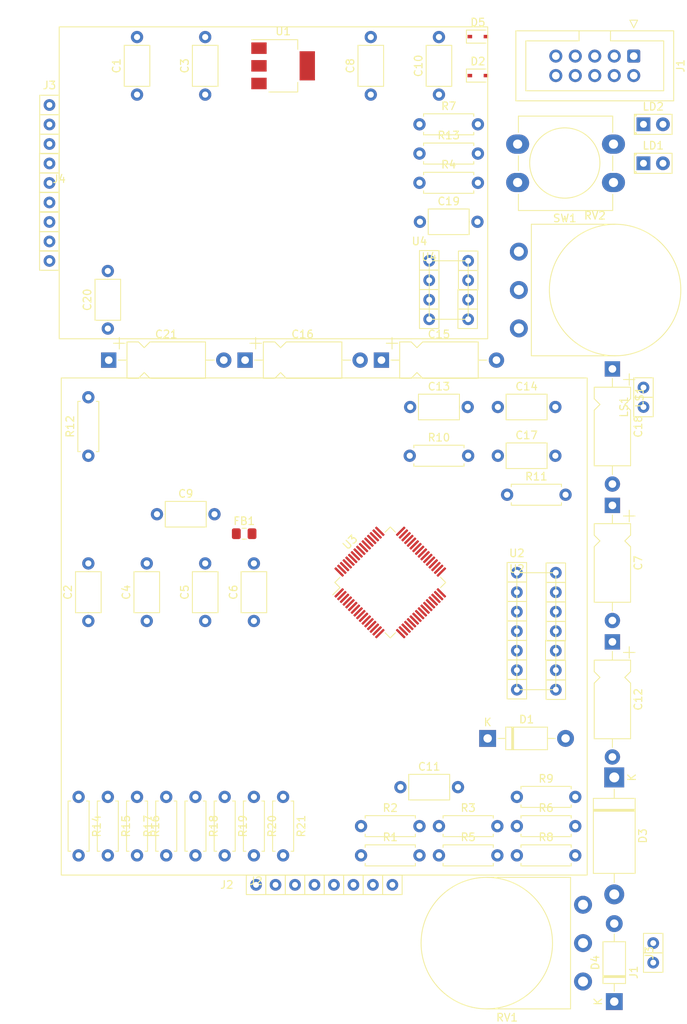
<source format=kicad_pcb>
(kicad_pcb (version 20211014) (generator pcbnew)
  (title_block (title "PillCB - Team 16") (date "2020-06-22") (rev "v01") (comment 4 "Jaideep Damle, Lauren Gunter, Nidhi Kunigal, Elizabeth McNaughton"))
  (layers (0 "F.Cu" signal) (1 "In1.Cu" signal "Ground.Cu") (2 "In2.Cu" signal "Power.Cu") (31 "B.Cu" signal) (34 "B.Paste" user) (35 "F.Paste" user) (36 "B.SilkS" user "B.Silkscreen") (37 "F.SilkS" user "F.Silkscreen") (38 "B.Mask" user) (39 "F.Mask" user) (44 "Edge.Cuts" user))
  (net 0 "")
  (net 1 "Net-(R10-Pad1)")
  (net 2 "GND")
  (net 3 "Net-(RV2-Pad2)")
  (net 4 "Net-(C18-Pad1)")
  (net 5 "+5V")
  (net 6 "Net-(C16-Pad1)")
  (net 7 "Net-(C15-Pad2)")
  (net 8 "Net-(R8-Pad2)")
  (net 9 "Net-(C7-Pad1)")
  (net 10 "Net-(R5-Pad2)")
  (net 11 "Net-(C18-Pad2)")
  (net 12 "+3V0")
  (net 13 "PB8")
  (net 14 "PB11")
  (net 15 "PB14")
  (net 16 "PB5")
  (net 17 "PB3")
  (net 18 "/ignore")
  (net 19 "Net-(J2-Pad1)")
  (net 20 "Net-(J2-Pad2)")
  (net 21 "Net-(J2-Pad3)")
  (net 22 "Net-(J2-Pad4)")
  (net 23 "Net-(J2-Pad5)")
  (net 24 "Net-(J2-Pad6)")
  (net 25 "Net-(J2-Pad7)")
  (net 26 "Net-(J2-Pad8)")
  (net 27 "/AC_SIGNAL")
  (net 28 "/PC0")
  (net 29 "/PC1")
  (net 30 "/PC7")
  (net 31 "/PC2")
  (net 32 "/PC3")
  (net 33 "/PC4")
  (net 34 "/PC5")
  (net 35 "/PC6")
  (net 36 "/NRST")
  (net 37 "/BOOT0")
  (net 38 "Net-(C17-Pad1)")
  (net 39 "Net-(C15-Pad1)")
  (net 40 "/PB2")
  (net 41 "Net-(LD2-Pad2)")
  (net 42 "Net-(LD1-Pad2)")
  (net 43 "Net-(R2-Pad1)")
  (net 44 "Net-(R1-Pad1)")
  (net 45 "Net-(C13-Pad2)")
  (net 46 "Net-(C10-Pad1)")
  (net 47 "/PC13")
  (net 48 "/PC14")
  (net 49 "/PC15")
  (net 50 "/PF0")
  (net 51 "/PF1")
  (net 52 "/3VA")
  (net 53 "/PA0")
  (net 54 "/PA1")
  (net 55 "/PA2")
  (net 56 "/PA3")
  (net 57 "/PA4")
  (net 58 "/PA5")
  (net 59 "/PA6")
  (net 60 "/PA7")
  (net 61 "/PB0")
  (net 62 "/PB1")
  (net 63 "/PB10")
  (net 64 "/PB12")
  (net 65 "/PB13")
  (net 66 "/PB15")
  (net 67 "/PC8")
  (net 68 "/PC9")
  (net 69 "/PA8")
  (net 70 "/PA9")
  (net 71 "/PA10")
  (net 72 "/PA11")
  (net 73 "/PA12")
  (net 74 "/PA13")
  (net 75 "/PA14")
  (net 76 "/PA15")
  (net 77 "/PC10")
  (net 78 "/PC11")
  (net 79 "/PC12")
  (net 80 "/PD2")
  (net 81 "/PB4")
  (net 82 "/PB6")
  (net 83 "/PB7")
  (net 84 "/PB9")
  (net 85 "Net-(D3-Pad2)")
  (net 86 "/U5V")
  (net 88 "/V3.3_IN")
  (footprint "local_models:J1" (layer "F.Cu") (at 170.19762 143.43476 90)
    (fp_text reference "J3" (at 0 -0.5 90 unlocked) (layer "F.SilkS"))
    (fp_text value "Conn_01x02_Female")
    (fp_text user "J1" (at -2.54 -2.54 90 unlocked) (layer "F.SilkS"))
    (pad "1" thru_hole circle (at -1.27 0 90) (size 1.524 1.524) (drill 0.762) (layers *.Cu *.Mask) (net 27 "/AC_SIGNAL"))
    (pad "2" thru_hole circle (at 1.27 0 90) (size 1.524 1.524) (drill 0.762) (layers *.Cu *.Mask) (net 2 "GND"))
  )
  (footprint "Capacitor_THT:C_Axial_L5.1mm_D3.1mm_P7.50mm_Horizontal" (layer "F.Cu") (at 99.07762 62.09476 90)
    (fp_text reference "C20" (at 3.75 -2.67 90) (layer "F.SilkS"))
    (fp_text value ".1uF")
    (pad "1" thru_hole circle (at 0 0 90) (size 1.6 1.6) (drill 0.8) (layers *.Cu *.Mask) (net 12 "+3V0"))
    (pad "2" thru_hole oval (at 7.5 0 90) (size 1.6 1.6) (drill 0.8) (layers *.Cu *.Mask) (net 2 "GND"))
  )
  (footprint "Capacitor_THT:CP_Axial_L10.0mm_D4.5mm_P15.00mm_Horizontal" (layer "F.Cu") (at 164.87512 67.35476 -90)
    (fp_text reference "C18" (at 7.5 -3.37 90) (layer "F.SilkS"))
    (fp_text value "220uF")
    (pad "1" thru_hole rect (at 0 0 270) (size 2 2) (drill 1) (layers *.Cu *.Mask) (net 4 "Net-(C18-Pad1)"))
    (pad "2" thru_hole oval (at 15 0 270) (size 2 2) (drill 1) (layers *.Cu *.Mask) (net 11 "Net-(C18-Pad2)"))
  )
  (footprint "Resistor_THT:R_Axial_DIN0207_L6.3mm_D2.5mm_P7.62mm_Horizontal" (layer "F.Cu") (at 110.50762 123.11476 -90)
    (fp_text reference "R18" (at 3.81 -2.37 90) (layer "F.SilkS"))
    (fp_text value "1K")
    (pad "1" thru_hole circle (at 0 0 270) (size 1.6 1.6) (drill 0.8) (layers *.Cu *.Mask) (net 32 "/PC3"))
    (pad "2" thru_hole oval (at 7.62 0 270) (size 1.6 1.6) (drill 0.8) (layers *.Cu *.Mask) (net 23 "Net-(J2-Pad5)"))
  )
  (footprint "Diode_THT:D_DO-201_P15.24mm_Horizontal" (layer "F.Cu") (at 165.11762 120.57476 -90)
    (fp_text reference "D3" (at 7.62 -3.725 90) (layer "F.SilkS"))
    (fp_text value "1N522B")
    (fp_text user "K" (at 0 -2.3 90) (layer "F.SilkS"))
    (pad "1" thru_hole rect (at 0 0 270) (size 2.6 2.6) (drill 1.3) (layers *.Cu *.Mask) (net 12 "+3V0"))
    (pad "2" thru_hole oval (at 15.24 0 270) (size 2.6 2.6) (drill 1.3) (layers *.Cu *.Mask) (net 85 "Net-(D3-Pad2)"))
  )
  (footprint "Capacitor_THT:CP_Axial_L10.0mm_D4.5mm_P15.00mm_Horizontal" (layer "F.Cu") (at 134.75762 66.20726)
    (fp_text reference "C15" (at 7.5 -3.37) (layer "F.SilkS"))
    (fp_text value "10uF")
    (pad "1" thru_hole rect (at 0 0) (size 2 2) (drill 1) (layers *.Cu *.Mask) (net 39 "Net-(C15-Pad1)"))
    (pad "2" thru_hole oval (at 15 0) (size 2 2) (drill 1) (layers *.Cu *.Mask) (net 7 "Net-(C15-Pad2)"))
  )
  (footprint "Capacitor_THT:C_Axial_L5.1mm_D3.1mm_P7.50mm_Horizontal" (layer "F.Cu") (at 104.15762 100.19476 90)
    (fp_text reference "C4" (at 3.75 -2.67 90) (layer "F.SilkS"))
    (fp_text value ".1uF")
    (pad "1" thru_hole circle (at 0 0 90) (size 1.6 1.6) (drill 0.8) (layers *.Cu *.Mask) (net 12 "+3V0"))
    (pad "2" thru_hole oval (at 7.5 0 90) (size 1.6 1.6) (drill 0.8) (layers *.Cu *.Mask) (net 2 "GND"))
  )
  (footprint "Diode_SMD:D_SOD-323" (layer "F.Cu") (at 147.33762 24.05476)
    (fp_text reference "D5" (at 0 -1.85) (layer "F.SilkS"))
    (fp_text value "BAT60JFILM")
    (pad "1" smd rect (at -1.05 0) (size 0.6 0.45) (layers "F.Cu" "F.Paste" "F.Mask") (net 12 "+3V0"))
    (pad "2" smd rect (at 1.05 0) (size 0.6 0.45) (layers "F.Cu" "F.Paste" "F.Mask") (net 46 "Net-(C10-Pad1)"))
  )
  (footprint "Capacitor_THT:CP_Axial_L10.0mm_D4.5mm_P15.00mm_Horizontal" (layer "F.Cu") (at 116.97762 66.20726)
    (fp_text reference "C16" (at 7.5 -3.37) (layer "F.SilkS"))
    (fp_text value "10uF")
    (pad "1" thru_hole rect (at 0 0) (size 2 2) (drill 1) (layers *.Cu *.Mask) (net 6 "Net-(C16-Pad1)"))
    (pad "2" thru_hole oval (at 15 0) (size 2 2) (drill 1) (layers *.Cu *.Mask) (net 2 "GND"))
  )
  (footprint "local_models:J3" (layer "F.Cu") (at 92.738245 43.10476)
    (fp_text reference "J4" (at 0 -0.5 unlocked) (layer "F.SilkS"))
    (fp_text value "Conn_01x09_Female")
    (fp_text user "J3" (at -1.27 -12.7 unlocked) (layer "F.SilkS"))
    (pad "1" thru_hole circle (at -1.27 -10.138749) (size 1.524 1.524) (drill 0.762) (layers *.Cu *.Mask) (net 12 "+3V0"))
    (pad "2" thru_hole circle (at -1.27 -7.598749) (size 1.524 1.524) (drill 0.762) (layers *.Cu *.Mask) (net 2 "GND"))
    (pad "3" thru_hole circle (at -1.27 -5.058749) (size 1.524 1.524) (drill 0.762) (layers *.Cu *.Mask) (net 13 "PB8"))
    (pad "4" thru_hole circle (at -1.27 -2.518749) (size 1.524 1.524) (drill 0.762) (layers *.Cu *.Mask) (net 14 "PB11"))
    (pad "5" thru_hole circle (at -1.27 0.021251) (size 1.524 1.524) (drill 0.762) (layers *.Cu *.Mask) (net 15 "PB14"))
    (pad "6" thru_hole circle (at -1.27 2.561251) (size 1.524 1.524) (drill 0.762) (layers *.Cu *.Mask) (net 16 "PB5"))
    (pad "7" thru_hole circle (at -1.27 5.101251) (size 1.524 1.524) (drill 0.762) (layers *.Cu *.Mask) (net 17 "PB3"))
    (pad "8" thru_hole circle (at -1.27 7.641251) (size 1.524 1.524) (drill 0.762) (layers *.Cu *.Mask) (net 12 "+3V0"))
    (pad "9" thru_hole circle (at -1.27 10.181251) (size 1.524 1.524) (drill 0.762) (layers *.Cu *.Mask) (net 18 "/ignore"))
  )
  (footprint "Capacitor_THT:CP_Axial_L10.0mm_D4.5mm_P15.00mm_Horizontal" (layer "F.Cu") (at 164.87512 102.91476 -90)
    (fp_text reference "C12" (at 7.5 -3.37 90) (layer "F.SilkS"))
    (fp_text value ".1uF")
    (pad "1" thru_hole rect (at 0 0 270) (size 2 2) (drill 1) (layers *.Cu *.Mask) (net 40 "/PB2"))
    (pad "2" thru_hole oval (at 15 0 270) (size 2 2) (drill 1) (layers *.Cu *.Mask) (net 2 "GND"))
  )
  (footprint "Capacitor_THT:C_Axial_L5.1mm_D3.1mm_P7.50mm_Horizontal" (layer "F.Cu") (at 102.88762 31.61476 90)
    (fp_text reference "C1" (at 3.75 -2.67 90) (layer "F.SilkS"))
    (fp_text value "22uF")
    (pad "1" thru_hole circle (at 0 0 90) (size 1.6 1.6) (drill 0.8) (layers *.Cu *.Mask) (net 5 "+5V"))
    (pad "2" thru_hole oval (at 7.5 0 90) (size 1.6 1.6) (drill 0.8) (layers *.Cu *.Mask) (net 2 "GND"))
  )
  (footprint "Capacitor_THT:C_Axial_L5.1mm_D3.1mm_P7.50mm_Horizontal" (layer "F.Cu") (at 118.12762 100.19476 90)
    (fp_text reference "C6" (at 3.75 -2.67 90) (layer "F.SilkS"))
    (fp_text value ".1uF")
    (pad "1" thru_hole circle (at 0 0 90) (size 1.6 1.6) (drill 0.8) (layers *.Cu *.Mask) (net 12 "+3V0"))
    (pad "2" thru_hole oval (at 7.5 0 90) (size 1.6 1.6) (drill 0.8) (layers *.Cu *.Mask) (net 2 "GND"))
  )
  (footprint "Button_Switch_THT:SW_PUSH-12mm_Wuerth-430476085716" (layer "F.Cu") (at 165.01762 43.06476 180)
    (fp_text reference "SW1" (at 6.35 -4.66) (layer "F.SilkS"))
    (fp_text value "SW_Push")
    (pad "1" thru_hole oval (at 12.5 0 180) (size 3 2.5) (drill 1.2) (layers *.Cu *.Mask) (net 2 "GND"))
    (pad "1" thru_hole oval (at 0 0 180) (size 3 2.5) (drill 1.2) (layers *.Cu *.Mask) (net 2 "GND"))
    (pad "2" thru_hole oval (at 12.5 5 180) (size 3 2.5) (drill 1.2) (layers *.Cu *.Mask) (net 36 "/NRST"))
    (pad "2" thru_hole oval (at 0 5 180) (size 3 2.5) (drill 1.2) (layers *.Cu *.Mask) (net 36 "/NRST"))
  )
  (footprint "Resistor_THT:R_Axial_DIN0207_L6.3mm_D2.5mm_P7.62mm_Horizontal" (layer "F.Cu") (at 142.25762 126.92476)
    (fp_text reference "R3" (at 3.81 -2.37) (layer "F.SilkS"))
    (fp_text value "1M")
    (pad "1" thru_hole circle (at 0 0) (size 1.6 1.6) (drill 0.8) (layers *.Cu *.Mask) (net 9 "Net-(C7-Pad1)"))
    (pad "2" thru_hole oval (at 7.62 0) (size 1.6 1.6) (drill 0.8) (layers *.Cu *.Mask) (net 2 "GND"))
  )
  (footprint "Resistor_THT:R_Axial_DIN0207_L6.3mm_D2.5mm_P7.62mm_Horizontal" (layer "F.Cu") (at 139.71762 43.10476)
    (fp_text reference "R4" (at 3.81 -2.37) (layer "F.SilkS"))
    (fp_text value "5.1k")
    (pad "1" thru_hole circle (at 0 0) (size 1.6 1.6) (drill 0.8) (layers *.Cu *.Mask) (net 5 "+5V"))
    (pad "2" thru_hole oval (at 7.62 0) (size 1.6 1.6) (drill 0.8) (layers *.Cu *.Mask) (net 42 "Net-(LD1-Pad2)"))
  )
  (footprint "Resistor_THT:R_Axial_DIN0207_L6.3mm_D2.5mm_P7.62mm_Horizontal" (layer "F.Cu") (at 152.41762 130.73476)
    (fp_text reference "R8" (at 3.81 -2.37) (layer "F.SilkS"))
    (fp_text value "12k")
    (pad "1" thru_hole circle (at 0 0) (size 1.6 1.6) (drill 0.8) (layers *.Cu *.Mask) (net 10 "Net-(R5-Pad2)"))
    (pad "2" thru_hole oval (at 7.62 0) (size 1.6 1.6) (drill 0.8) (layers *.Cu *.Mask) (net 8 "Net-(R8-Pad2)"))
  )
  (footprint "local_models:LS1" (layer "F.Cu") (at 168.92762 71.04476 90)
    (fp_text reference "LS1" (at 0 -0.5 90 unlocked) (layer "F.SilkS"))
    (fp_text value "Speaker")
    (fp_text user "LS1" (at -1.27 -2.54 90 unlocked) (layer "F.SilkS"))
    (pad "1" thru_hole circle (at -1.27 0 90) (size 1.524 1.524) (drill 0.762) (layers *.Cu *.Mask) (net 11 "Net-(C18-Pad2)"))
    (pad "2" thru_hole circle (at 1.27 0 90) (size 1.524 1.524) (drill 0.762) (layers *.Cu *.Mask) (net 2 "GND"))
  )
  (footprint "Resistor_THT:R_Axial_DIN0207_L6.3mm_D2.5mm_P7.62mm_Horizontal" (layer "F.Cu") (at 152.41762 123.11476)
    (fp_text reference "R9" (at 3.81 -2.37) (layer "F.SilkS"))
    (fp_text value "2.2k")
    (pad "1" thru_hole circle (at 0 0) (size 1.6 1.6) (drill 0.8) (layers *.Cu *.Mask) (net 8 "Net-(R8-Pad2)"))
    (pad "2" thru_hole oval (at 7.62 0) (size 1.6 1.6) (drill 0.8) (layers *.Cu *.Mask) (net 40 "/PB2"))
  )
  (footprint "Resistor_THT:R_Axial_DIN0207_L6.3mm_D2.5mm_P7.62mm_Horizontal" (layer "F.Cu") (at 142.25762 130.73476)
    (fp_text reference "R5" (at 3.81 -2.37) (layer "F.SilkS"))
    (fp_text value "10k")
    (pad "1" thru_hole circle (at 0 0) (size 1.6 1.6) (drill 0.8) (layers *.Cu *.Mask) (net 12 "+3V0"))
    (pad "2" thru_hole oval (at 7.62 0) (size 1.6 1.6) (drill 0.8) (layers *.Cu *.Mask) (net 10 "Net-(R5-Pad2)"))
  )
  (footprint "Resistor_THT:R_Axial_DIN0207_L6.3mm_D2.5mm_P7.62mm_Horizontal" (layer "F.Cu") (at 151.14762 83.74476)
    (fp_text reference "R11" (at 3.81 -2.37) (layer "F.SilkS"))
    (fp_text value "10")
    (pad "1" thru_hole circle (at 0 0) (size 1.6 1.6) (drill 0.8) (layers *.Cu *.Mask) (net 4 "Net-(C18-Pad1)"))
    (pad "2" thru_hole oval (at 7.62 0) (size 1.6 1.6) (drill 0.8) (layers *.Cu *.Mask) (net 38 "Net-(C17-Pad1)"))
  )
  (footprint "local_models:U2" (layer "F.Cu") (at 154.95762 101.52476)
    (fp_text reference "U2" (at -2.54 -8.12 unlocked) (layer "F.SilkS"))
    (fp_text value "LM324")
    (fp_text user "U2" (at -2.54 -10.16 unlocked) (layer "F.SilkS"))
    (pad "1" thru_hole circle (at -2.54 -7.62) (size 1.524 1.524) (drill 0.762) (layers *.Cu *.Mask) (net 8 "Net-(R8-Pad2)"))
    (pad "2" thru_hole circle (at -2.54 -5.08) (size 1.524 1.524) (drill 0.762) (layers *.Cu *.Mask) (net 9 "Net-(C7-Pad1)"))
    (pad "3" thru_hole circle (at -2.54 -2.54) (size 1.524 1.524) (drill 0.762) (layers *.Cu *.Mask) (net 10 "Net-(R5-Pad2)"))
    (pad "4" thru_hole circle (at -2.54 0) (size 1.524 1.524) (drill 0.762) (layers *.Cu *.Mask) (net 5 "+5V"))
    (pad "5" thru_hole circle (at -2.54 2.54) (size 1.524 1.524) (drill 0.762) (layers *.Cu *.Mask))
    (pad "6" thru_hole circle (at -2.54 5.08) (size 1.524 1.524) (drill 0.762) (layers *.Cu *.Mask))
    (pad "7" thru_hole circle (at -2.54 7.62) (size 1.524 1.524) (drill 0.762) (layers *.Cu *.Mask))
    (pad "8" thru_hole circle (at 2.54 7.62) (size 1.524 1.524) (drill 0.762) (layers *.Cu *.Mask))
    (pad "9" thru_hole circle (at 2.54 5.08) (size 1.524 1.524) (drill 0.762) (layers *.Cu *.Mask))
    (pad "10" thru_hole circle (at 2.54 2.54) (size 1.524 1.524) (drill 0.762) (layers *.Cu *.Mask))
    (pad "11" thru_hole circle (at 2.54 0) (size 1.524 1.524) (drill 0.762) (layers *.Cu *.Mask) (net 2 "GND"))
    (pad "12" thru_hole circle (at 2.54 -2.54) (size 1.524 1.524) (drill 0.762) (layers *.Cu *.Mask))
    (pad "13" thru_hole circle (at 2.54 -5.08) (size 1.524 1.524) (drill 0.762) (layers *.Cu *.Mask))
    (pad "14" thru_hole circle (at 2.54 -7.62) (size 1.524 1.524) (drill 0.762) (layers *.Cu *.Mask))
  )
  (footprint "Capacitor_THT:C_Axial_L5.1mm_D3.1mm_P7.50mm_Horizontal" (layer "F.Cu") (at 139.77762 48.18476)
    (fp_text reference "C19" (at 3.75 -2.67) (layer "F.SilkS"))
    (fp_text value ".1uF")
    (pad "1" thru_hole circle (at 0 0) (size 1.6 1.6) (drill 0.8) (layers *.Cu *.Mask) (net 36 "/NRST"))
    (pad "2" thru_hole oval (at 7.5 0) (size 1.6 1.6) (drill 0.8) (layers *.Cu *.Mask) (net 2 "GND"))
  )
  (footprint "LED_THT:LED_D2.0mm_W4.8mm_H2.5mm_FlatTop" (layer "F.Cu") (at 168.92762 35.48476)
    (fp_text reference "LD2" (at 1.27 -2.31) (layer "F.SilkS"))
    (fp_text value "LED_Green")
    (pad "1" thru_hole rect (at 0 0) (size 1.8 1.8) (drill 0.9) (layers *.Cu *.Mask) (net 2 "GND"))
    (pad "2" thru_hole circle (at 2.54 0) (size 1.8 1.8) (drill 0.9) (layers *.Cu *.Mask) (net 41 "Net-(LD2-Pad2)"))
  )
  (footprint "Capacitor_THT:C_Axial_L5.1mm_D3.1mm_P7.50mm_Horizontal" (layer "F.Cu") (at 137.23762 121.84476)
    (fp_text reference "C11" (at 3.75 -2.67) (layer "F.SilkS"))
    (fp_text value ".1uF")
    (pad "1" thru_hole circle (at 0 0) (size 1.6 1.6) (drill 0.8) (layers *.Cu *.Mask) (net 5 "+5V"))
    (pad "2" thru_hole oval (at 7.5 0) (size 1.6 1.6) (drill 0.8) (layers *.Cu *.Mask) (net 2 "GND"))
  )
  (footprint "Package_QFP:LQFP-64_10x10mm_P0.5mm" (layer "F.Cu") (at 135.90762 95.17476 45)
    (fp_text reference "U3" (at 0 -7.4 45) (layer "F.SilkS"))
    (fp_text value "STM32F091RCTx")
    (pad "1" smd roundrect (at -5.675 -3.75 45) (size 1.55 0.3) (layers "F.Cu" "F.Paste" "F.Mask") (net 12 "+3V0"))
    (pad "2" smd roundrect (at -5.675 -3.25 45) (size 1.55 0.3) (layers "F.Cu" "F.Paste" "F.Mask") (net 47 "/PC13"))
    (pad "3" smd roundrect (at -5.675 -2.75 45) (size 1.55 0.3) (layers "F.Cu" "F.Paste" "F.Mask") (net 48 "/PC14"))
    (pad "4" smd roundrect (at -5.675 -2.25 45) (size 1.55 0.3) (layers "F.Cu" "F.Paste" "F.Mask") (net 49 "/PC15"))
    (pad "5" smd roundrect (at -5.675 -1.75 45) (size 1.55 0.3) (layers "F.Cu" "F.Paste" "F.Mask") (net 50 "/PF0"))
    (pad "6" smd roundrect (at -5.675 -1.25 45) (size 1.55 0.3) (layers "F.Cu" "F.Paste" "F.Mask") (net 51 "/PF1"))
    (pad "7" smd roundrect (at -5.675 -0.75 45) (size 1.55 0.3) (layers "F.Cu" "F.Paste" "F.Mask") (net 36 "/NRST"))
    (pad "8" smd roundrect (at -5.675 -0.25 45) (size 1.55 0.3) (layers "F.Cu" "F.Paste" "F.Mask") (net 28 "/PC0"))
    (pad "9" smd roundrect (at -5.675 0.25 45) (size 1.55 0.3) (layers "F.Cu" "F.Paste" "F.Mask") (net 29 "/PC1"))
    (pad "10" smd roundrect (at -5.675 0.75 45) (size 1.55 0.3) (layers "F.Cu" "F.Paste" "F.Mask") (net 31 "/PC2"))
    (pad "11" smd roundrect (at -5.675 1.25 45) (size 1.55 0.3) (layers "F.Cu" "F.Paste" "F.Mask") (net 32 "/PC3"))
    (pad "12" smd roundrect (at -5.675 1.75 45) (size 1.55 0.3) (layers "F.Cu" "F.Paste" "F.Mask") (net 2 "GND"))
    (pad "13" smd roundrect (at -5.675 2.25 45) (size 1.55 0.3) (layers "F.Cu" "F.Paste" "F.Mask") (net 52 "/3VA"))
    (pad "14" smd roundrect (at -5.675 2.75 45) (size 1.55 0.3) (layers "F.Cu" "F.Paste" "F.Mask") (net 53 "/PA0"))
    (pad "15" smd roundrect (at -5.675 3.25 45) (size 1.55 0.3) (layers "F.Cu" "F.Paste" "F.Mask") (net 54 "/PA1"))
    (pad "16" smd roundrect (at -5.675 3.75 45) (size 1.55 0.3) (layers "F.Cu" "F.Paste" "F.Mask") (net 55 "/PA2"))
    (pad "17" smd roundrect (at -3.75 5.675 45) (size 0.3 1.55) (layers "F.Cu" "F.Paste" "F.Mask") (net 56 "/PA3"))
    (pad "18" smd roundrect (at -3.25 5.675 45) (size 0.3 1.55) (layers "F.Cu" "F.Paste" "F.Mask") (net 2 "GND"))
    (pad "19" smd roundrect (at -2.75 5.675 45) (size 0.3 1.55) (layers "F.Cu" "F.Paste" "F.Mask") (net 12 "+3V0"))
    (pad "20" smd roundrect (at -2.25 5.675 45) (size 0.3 1.55) (layers "F.Cu" "F.Paste" "F.Mask") (net 57 "/PA4"))
    (pad "21" smd roundrect (at -1.75 5.675 45) (size 0.3 1.55) (layers "F.Cu" "F.Paste" "F.Mask") (net 58 "/PA5"))
    (pad "22" smd roundrect (at -1.25 5.675 45) (size 0.3 1.55) (layers "F.Cu" "F.Paste" "F.Mask") (net 59 "/PA6"))
    (pad "23" smd roundrect (at -0.75 5.675 45) (size 0.3 1.55) (layers "F.Cu" "F.Paste" "F.Mask") (net 60 "/PA7"))
    (pad "24" smd roundrect (at -0.25 5.675 45) (size 0.3 1.55) (layers "F.Cu" "F.Paste" "F.Mask") (net 33 "/PC4"))
    (pad "25" smd roundrect (at 0.25 5.675 45) (size 0.3 1.55) (layers "F.Cu" "F.Paste" "F.Mask") (net 34 "/PC5"))
    (pad "26" smd roundrect (at 0.75 5.675 45) (size 0.3 1.55) (layers "F.Cu" "F.Paste" "F.Mask") (net 61 "/PB0"))
    (pad "27" smd roundrect (at 1.25 5.675 45) (size 0.3 1.55) (layers "F.Cu" "F.Paste" "F.Mask") (net 62 "/PB1"))
    (pad "28" smd roundrect (at 1.75 5.675 45) (size 0.3 1.55) (layers "F.Cu" "F.Paste" "F.Mask") (net 40 "/PB2"))
    (pad "29" smd roundrect (at 2.25 5.675 45) (size 0.3 1.55) (layers "F.Cu" "F.Paste" "F.Mask") (net 63 "/PB10"))
    (pad "30" smd roundrect (at 2.75 5.675 45) (size 0.3 1.55) (layers "F.Cu" "F.Paste" "F.Mask") (net 14 "PB11"))
    (pad "31" smd roundrect (at 3.25 5.675 45) (size 0.3 1.55) (layers "F.Cu" "F.Paste" "F.Mask") (net 2 "GND"))
    (pad "32" smd roundrect (at 3.75 5.675 45) (size 0.3 1.55) (layers "F.Cu" "F.Paste" "F.Mask") (net 12 "+3V0"))
    (pad "33" smd roundrect (at 5.675 3.75 45) (size 1.55 0.3) (layers "F.Cu" "F.Paste" "F.Mask") (net 64 "/PB12"))
    (pad "34" smd roundrect (at 5.675 3.25 45) (size 1.55 0.3) (layers "F.Cu" "F.Paste" "F.Mask") (net 65 "/PB13"))
    (pad "35" smd roundrect (at 5.675 2.75 45) (size 1.55 0.3) (layers "F.Cu" "F.Paste" "F.Mask") (net 15 "PB14"))
    (pad "36" smd roundrect (at 5.675 2.25 45) (size 1.55 0.3) (layers "F.Cu" "F.Paste" "F.Mask") (net 66 "/PB15"))
    (pad "37" smd roundrect (at 5.675 1.75 45) (size 1.55 0.3) (layers "F.Cu" "F.Paste" "F.Mask") (net 35 "/PC6"))
    (pad "38" smd roundrect (at 5.675 1.25 45) (size 1.55 0.3) (layers "F.Cu" "F.Paste" "F.Mask") (net 30 "/PC7"))
    (pad "39" smd roundrect (at 5.675 0.75 45) (size 1.55 0.3) (layers "F.Cu" "F.Paste" "F.Mask") (net 67 "/PC8"))
    (pad "40" smd roundrect (at 5.675 0.25 45) (size 1.55 0.3) (layers "F.Cu" "F.Paste" "F.Mask") (net 68 "/PC9"))
    (pad "41" smd roundrect (at 5.675 -0.25 45) (size 1.55 0.3) (layers "F.Cu" "F.Paste" "F.Mask") (net 69 "/PA8"))
    (pad "42" smd roundrect (at 5.675 -0.75 45) (size 1.55 0.3) (layers "F.Cu" "F.Paste" "F.Mask") (net 70 "/PA9"))
    (pad "43" smd roundrect (at 5.675 -1.25 45) (size 1.55 0.3) (layers "F.Cu" "F.Paste" "F.Mask") (net 71 "/PA10"))
    (pad "44" smd roundrect (at 5.675 -1.75 45) (size 1.55 0.3) (layers "F.Cu" "F.Paste" "F.Mask") (net 72 "/PA11"))
    (pad "45" smd roundrect (at 5.675 -2.25 45) (size 1.55 0.3) (layers "F.Cu" "F.Paste" "F.Mask") (net 73 "/PA12"))
    (pad "46" smd roundrect (at 5.675 -2.75 45) (size 1.55 0.3) (layers "F.Cu" "F.Paste" "F.Mask") (net 74 "/PA13"))
    (pad "47" smd roundrect (at 5.675 -3.25 45) (size 1.55 0.3) (layers "F.Cu" "F.Paste" "F.Mask") (net 2 "GND"))
    (pad "48" smd roundrect (at 5.675 -3.75 45) (size 1.55 0.3) (layers "F.Cu" "F.Paste" "F.Mask") (net 12 "+3V0"))
    (pad "49" smd roundrect (at 3.75 -5.675 45) (size 0.3 1.55) (layers "F.Cu" "F.Paste" "F.Mask") (net 75 "/PA14"))
    (pad "50" smd roundrect (at 3.25 -5.675 45) (size 0.3 1.55) (layers "F.Cu" "F.Paste" "F.Mask") (net 76 "/PA15"))
    (pad "51" smd roundrect (at 2.75 -5.675 45) (size 0.3 1.55) (layers "F.Cu" "F.Paste" "F.Mask") (net 77 "/PC10"))
    (pad "52" smd roundrect (at 2.25 -5.675 45) (size 0.3 1.55) (layers "F.Cu" "F.Paste" "F.Mask") (net 78 "/PC11"))
    (pad "53" smd roundrect (at 1.75 -5.675 45) (size 0.3 1.55) (layers "F.Cu" "F.Paste" "F.Mask") (net 79 "/PC12"))
    (pad "54" smd roundrect (at 1.25 -5.675 45) (size 0.3 1.55) (layers "F.Cu" "F.Paste" "F.Mask") (net 80 "/PD2"))
    (pad "55" smd roundrect (at 0.75 -5.675 45) (size 0.3 1.55) (layers "F.Cu" "F.Paste" "F.Mask") (net 17 "PB3"))
    (pad "56" smd roundrect (at 0.25 -5.675 45) (size 0.3 1.55) (layers "F.Cu" "F.Paste" "F.Mask") (net 81 "/PB4"))
    (pad "57" smd roundrect (at -0.25 -5.675 45) (size 0.3 1.55) (layers "F.Cu" "F.Paste" "F.Mask") (net 16 "PB5"))
    (pad "58" smd roundrect (at -0.75 -5.675 45) (size 0.3 1.55) (layers "F.Cu" "F.Paste" "F.Mask") (net 82 "/PB6"))
    (pad "59" smd roundrect (at -1.25 -5.675 45) (size 0.3 1.55) (layers "F.Cu" "F.Paste" "F.Mask") (net 83 "/PB7"))
    (pad "60" smd roundrect (at -1.75 -5.675 45) (size 0.3 1.55) (layers "F.Cu" "F.Paste" "F.Mask") (net 37 "/BOOT0"))
    (pad "61" smd roundrect (at -2.25 -5.675 45) (size 0.3 1.55) (layers "F.Cu" "F.Paste" "F.Mask") (net 13 "PB8"))
    (pad "62" smd roundrect (at -2.75 -5.675 45) (size 0.3 1.55) (layers "F.Cu" "F.Paste" "F.Mask") (net 84 "/PB9"))
    (pad "63" smd roundrect (at -3.25 -5.675 45) (size 0.3 1.55) (layers "F.Cu" "F.Paste" "F.Mask") (net 2 "GND"))
    (pad "64" smd roundrect (at -3.75 -5.675 45) (size 0.3 1.55) (layers "F.Cu" "F.Paste" "F.Mask") (net 12 "+3V0"))
  )
  (footprint "Diode_THT:D_DO-41_SOD81_P10.16mm_Horizontal" (layer "F.Cu") (at 148.60762 115.49476)
    (fp_text reference "D1" (at 5.08 -2.47) (layer "F.SilkS"))
    (fp_text value "1N5819")
    (fp_text user "K" (at 0 -2.1) (layer "F.SilkS"))
    (pad "1" thru_hole rect (at 0 0) (size 2.2 2.2) (drill 1.1) (layers *.Cu *.Mask) (net 12 "+3V0"))
    (pad "2" thru_hole oval (at 10.16 0) (size 2.2 2.2) (drill 1.1) (layers *.Cu *.Mask) (net 9 "Net-(C7-Pad1)"))
  )
  (footprint "Resistor_THT:R_Axial_DIN0207_L6.3mm_D2.5mm_P7.62mm_Horizontal" (layer "F.Cu") (at 152.41762 126.92476)
    (fp_text reference "R6" (at 3.81 -2.37) (layer "F.SilkS"))
    (fp_text value "120k")
    (pad "1" thru_hole circle (at 0 0) (size 1.6 1.6) (drill 0.8) (layers *.Cu *.Mask) (net 10 "Net-(R5-Pad2)"))
    (pad "2" thru_hole oval (at 7.62 0) (size 1.6 1.6) (drill 0.8) (layers *.Cu *.Mask) (net 2 "GND"))
  )
  (footprint "Potentiometer_THT:Potentiometer_Omeg_PC16BU_Vertical" (layer "F.Cu") (at 152.67762 62.07476)
    (fp_text reference "RV2" (at 9.915 -14.7) (layer "F.SilkS"))
    (fp_text value "R_Potentiometer_10k")
    (pad "1" thru_hole circle (at 0 0) (size 2.34 2.34) (drill 1.3) (layers *.Cu *.Mask) (net 45 "Net-(C13-Pad2)"))
    (pad "2" thru_hole circle (at 0 -5) (size 2.34 2.34) (drill 1.3) (layers *.Cu *.Mask) (net 3 "Net-(RV2-Pad2)"))
    (pad "3" thru_hole circle (at 0 -10) (size 2.34 2.34) (drill 1.3) (layers *.Cu *.Mask) (net 2 "GND"))
  )
  (footprint "LED_THT:LED_D2.0mm_W4.8mm_H2.5mm_FlatTop" (layer "F.Cu") (at 168.92762 40.56476)
    (fp_text reference "LD1" (at 1.27 -2.31) (layer "F.SilkS"))
    (fp_text value "LED_Red")
    (pad "1" thru_hole rect (at 0 0) (size 1.8 1.8) (drill 0.9) (layers *.Cu *.Mask) (net 2 "GND"))
    (pad "2" thru_hole circle (at 2.54 0) (size 1.8 1.8) (drill 0.9) (layers *.Cu *.Mask) (net 42 "Net-(LD1-Pad2)"))
  )
  (footprint "Resistor_THT:R_Axial_DIN0207_L6.3mm_D2.5mm_P7.62mm_Horizontal" (layer "F.Cu") (at 114.31762 123.11476 -90)
    (fp_text reference "R19" (at 3.81 -2.37 90) (layer "F.SilkS"))
    (fp_text value "1K")
    (pad "1" thru_hole circle (at 0 0 270) (size 1.6 1.6) (drill 0.8) (layers *.Cu *.Mask) (net 31 "/PC2"))
    (pad "2" thru_hole oval (at 7.62 0 270) (size 1.6 1.6) (drill 0.8) (layers *.Cu *.Mask) (net 24 "Net-(J2-Pad6)"))
  )
  (footprint "Capacitor_THT:C_Axial_L5.1mm_D3.1mm_P7.50mm_Horizontal" (layer "F.Cu") (at 111.77762 31.61476 90)
    (fp_text reference "C3" (at 3.75 -2.67 90) (layer "F.SilkS"))
    (fp_text value ".1uF")
    (pad "1" thru_hole circle (at 0 0 90) (size 1.6 1.6) (drill 0.8) (layers *.Cu *.Mask) (net 5 "+5V"))
    (pad "2" thru_hole oval (at 7.5 0 90) (size 1.6 1.6) (drill 0.8) (layers *.Cu *.Mask) (net 2 "GND"))
  )
  (footprint "Capacitor_THT:C_Axial_L5.1mm_D3.1mm_P7.50mm_Horizontal" (layer "F.Cu") (at 96.53762 100.19476 90)
    (fp_text reference "C2" (at 3.75 -2.67 90) (layer "F.SilkS"))
    (fp_text value ".1uF")
    (pad "1" thru_hole circle (at 0 0 90) (size 1.6 1.6) (drill 0.8) (layers *.Cu *.Mask) (net 12 "+3V0"))
    (pad "2" thru_hole oval (at 7.5 0 90) (size 1.6 1.6) (drill 0.8) (layers *.Cu *.Mask) (net 2 "GND"))
  )
  (footprint "Capacitor_THT:C_Axial_L5.1mm_D3.1mm_P7.50mm_Horizontal" (layer "F.Cu") (at 105.48762 86.28476)
    (fp_text reference "C9" (at 3.75 -2.67) (layer "F.SilkS"))
    (fp_text value ".1uF")
    (pad "1" thru_hole circle (at 0 0) (size 1.6 1.6) (drill 0.8) (layers *.Cu *.Mask) (net 52 "/3VA"))
    (pad "2" thru_hole oval (at 7.5 0) (size 1.6 1.6) (drill 0.8) (layers *.Cu *.Mask) (net 2 "GND"))
  )
  (footprint "Resistor_THT:R_Axial_DIN0207_L6.3mm_D2.5mm_P7.62mm_Horizontal" (layer "F.Cu") (at 118.12762 123.11476 -90)
    (fp_text reference "R20" (at 3.81 -2.37 90) (layer "F.SilkS"))
    (fp_text value "1K")
    (pad "1" thru_hole circle (at 0 0 270) (size 1.6 1.6) (drill 0.8) (layers *.Cu *.Mask) (net 29 "/PC1"))
    (pad "2" thru_hole oval (at 7.62 0 270) (size 1.6 1.6) (drill 0.8) (layers *.Cu *.Mask) (net 25 "Net-(J2-Pad7)"))
  )
  (footprint "Package_TO_SOT_SMD:SOT-223-3_TabPin2" (layer "F.Cu") (at 121.93762 27.86476)
    (fp_text reference "U1" (at 0 -4.5) (layer "F.SilkS"))
    (fp_text value "LD1117S33TR_SOT223")
    (pad "1" smd rect (at -3.15 -2.3) (size 2 1.5) (layers "F.Cu" "F.Paste" "F.Mask") (net 2 "GND"))
    (pad "2" smd rect (at 3.15 0) (size 2 3.8) (layers "F.Cu" "F.Paste" "F.Mask") (net 46 "Net-(C10-Pad1)"))
    (pad "2" smd rect (at -3.15 0) (size 2 1.5) (layers "F.Cu" "F.Paste" "F.Mask") (net 46 "Net-(C10-Pad1)"))
    (pad "3" smd rect (at -3.15 2.3) (size 2 1.5) (layers "F.Cu" "F.Paste" "F.Mask") (net 5 "+5V"))
  )
  (footprint "Capacitor_THT:CP_Axial_L10.0mm_D4.5mm_P15.00mm_Horizontal" (layer "F.Cu") (at 99.19762 66.20726)
    (fp_text reference "C21" (at 7.5 -3.37) (layer "F.SilkS"))
    (fp_text value "10uF")
    (pad "1" thru_hole rect (at 0 0) (size 2 2) (drill 1) (layers *.Cu *.Mask) (net 12 "+3V0"))
    (pad "2" thru_hole oval (at 15 0) (size 2 2) (drill 1) (layers *.Cu *.Mask) (net 2 "GND"))
  )
  (footprint "Potentiometer_THT:Potentiometer_Omeg_PC16BU_Vertical" (layer "F.Cu") (at 161.04762 137.16476 180)
    (fp_text reference "RV1" (at 9.915 -14.7) (layer "F.SilkS"))
    (fp_text value "R_Potentiometer_10k")
    (pad "1" thru_hole circle (at 0 0 180) (size 2.34 2.34) (drill 1.3) (layers *.Cu *.Mask) (net 27 "/AC_SIGNAL"))
    (pad "2" thru_hole circle (at 0 -5 180) (size 2.34 2.34) (drill 1.3) (layers *.Cu *.Mask) (net 43 "Net-(R2-Pad1)"))
    (pad "3" thru_hole circle (at 0 -10 180) (size 2.34 2.34) (drill 1.3) (layers *.Cu *.Mask) (net 44 "Net-(R1-Pad1)"))
  )
  (footprint "Capacitor_THT:C_Axial_L5.1mm_D3.1mm_P7.50mm_Horizontal" (layer "F.Cu") (at 149.93762 72.31476)
    (fp_text reference "C14" (at 3.75 -2.67) (layer "F.SilkS"))
    (fp_text value ".1uF")
    (pad "1" thru_hole circle (at 0 0) (size 1.6 1.6) (drill 0.8) (layers *.Cu *.Mask) (net 2 "GND"))
    (pad "2" thru_hole oval (at 7.5 0) (size 1.6 1.6) (drill 0.8) (layers *.Cu *.Mask) (net 5 "+5V"))
  )
  (footprint "Resistor_THT:R_Axial_DIN0207_L6.3mm_D2.5mm_P7.62mm_Horizontal" (layer "F.Cu") (at 132.09762 130.73476)
    (fp_text reference "R1" (at 3.81 -2.37) (layer "F.SilkS"))
    (fp_text value "10k")
    (pad "1" thru_hole circle (at 0 0) (size 1.6 1.6) (drill 0.8) (layers *.Cu *.Mask) (net 44 "Net-(R1-Pad1)"))
    (pad "2" thru_hole oval (at 7.62 0) (size 1.6 1.6) (drill 0.8) (layers *.Cu *.Mask) (net 2 "GND"))
  )
  (footprint "Capacitor_THT:C_Axial_L5.1mm_D3.1mm_P7.50mm_Horizontal" (layer "F.Cu") (at 138.50762 72.31476)
    (fp_text reference "C13" (at 3.75 -2.67) (layer "F.SilkS"))
    (fp_text value "10uF")
    (pad "1" thru_hole circle (at 0 0) (size 1.6 1.6) (drill 0.8) (layers *.Cu *.Mask) (net 57 "/PA4"))
    (pad "2" thru_hole oval (at 7.5 0) (size 1.6 1.6) (drill 0.8) (layers *.Cu *.Mask) (net 45 "Net-(C13-Pad2)"))
  )
  (footprint "Resistor_THT:R_Axial_DIN0207_L6.3mm_D2.5mm_P7.62mm_Horizontal" (layer "F.Cu") (at 121.93762 123.11476 -90)
    (fp_text reference "R21" (at 3.81 -2.37 90) (layer "F.SilkS"))
    (fp_text value "1K")
    (pad "1" thru_hole circle (at 0 0 270) (size 1.6 1.6) (drill 0.8) (layers *.Cu *.Mask) (net 28 "/PC0"))
    (pad "2" thru_hole oval (at 7.62 0 270) (size 1.6 1.6) (drill 0.8) (layers *.Cu *.Mask) (net 26 "Net-(J2-Pad8)"))
  )
  (footprint "Capacitor_THT:C_Axial_L5.1mm_D3.1mm_P7.50mm_Horizontal" (layer "F.Cu") (at 133.36762 31.61476 90)
    (fp_text reference "C8" (at 3.75 -2.67 90) (layer "F.SilkS"))
    (fp_text value ".1uF")
    (pad "1" thru_hole circle (at 0 0 90) (size 1.6 1.6) (drill 0.8) (layers *.Cu *.Mask) (net 46 "Net-(C10-Pad1)"))
    (pad "2" thru_hole oval (at 7.5 0 90) (size 1.6 1.6) (drill 0.8) (layers *.Cu *.Mask) (net 2 "GND"))
  )
  (footprint "Diode_THT:D_DO-41_SOD81_P10.16mm_Horizontal" (layer "F.Cu") (at 165.11762 149.78476 90)
    (fp_text reference "D4" (at 5.08 -2.47 90) (layer "F.SilkS"))
    (fp_text value "1N5819")
    (fp_text user "K" (at 0 -2.1 90) (layer "F.SilkS"))
    (pad "1" thru_hole rect (at 0 0 90) (size 2.2 2.2) (drill 1.1) (layers *.Cu *.Mask) (net 9 "Net-(C7-Pad1)"))
    (pad "2" thru_hole oval (at 10.16 0 90) (size 2.2 2.2) (drill 1.1) (layers *.Cu *.Mask) (net 85 "Net-(D3-Pad2)"))
  )
  (footprint "Diode_SMD:D_SOD-323" (layer "F.Cu") (at 147.33762 29.13476)
    (fp_text reference "D2" (at 0 -1.85) (layer "F.SilkS"))
    (fp_text value "BAT60JFILM")
    (pad "1" smd rect (at -1.05 0) (size 0.6 0.45) (layers "F.Cu" "F.Paste" "F.Mask") (net 5 "+5V"))
    (pad "2" smd rect (at 1.05 0) (size 0.6 0.45) (layers "F.Cu" "F.Paste" "F.Mask") (net 86 "/U5V"))
  )
  (footprint "Resistor_THT:R_Axial_DIN0207_L6.3mm_D2.5mm_P7.62mm_Horizontal" (layer "F.Cu") (at 99.07762 123.11476 -90)
    (fp_text reference "R15" (at 3.81 -2.37 90) (layer "F.SilkS"))
    (fp_text value "1K")
    (pad "1" thru_hole circle (at 0 0 270) (size 1.6 1.6) (drill 0.8) (layers *.Cu *.Mask) (net 35 "/PC6"))
    (pad "2" thru_hole oval (at 7.62 0 270) (size 1.6 1.6) (drill 0.8) (layers *.Cu *.Mask) (net 20 "Net-(J2-Pad2)"))
  )
  (footprint "Resistor_THT:R_Axial_DIN0207_L6.3mm_D2.5mm_P7.62mm_Horizontal" (layer "F.Cu") (at 102.88762 123.11476 -90)
    (fp_text reference "R16" (at 3.81 -2.37 90) (layer "F.SilkS"))
    (fp_text value "1K")
    (pad "1" thru_hole circle (at 0 0 270) (size 1.6 1.6) (drill 0.8) (layers *.Cu *.Mask) (net 34 "/PC5"))
    (pad "2" thru_hole oval (at 7.62 0 270) (size 1.6 1.6) (drill 0.8) (layers *.Cu *.Mask) (net 21 "Net-(J2-Pad3)"))
  )
  (footprint "Resistor_THT:R_Axial_DIN0207_L6.3mm_D2.5mm_P7.62mm_Horizontal" (layer "F.Cu") (at 139.71762 35.48476)
    (fp_text reference "R7" (at 3.81 -2.37) (layer "F.SilkS"))
    (fp_text value "1k")
    (pad "1" thru_hole circle (at 0 0) (size 1.6 1.6) (drill 0.8) (layers *.Cu *.Mask) (net 12 "+3V0"))
    (pad "2" thru_hole oval (at 7.62 0) (size 1.6 1.6) (drill 0.8) (layers *.Cu *.Mask) (net 41 "Net-(LD2-Pad2)"))
  )
  (footprint "Inductor_SMD:L_0805_2012Metric_Pad1.15x1.40mm_HandSolder" (layer "F.Cu") (at 116.85762 88.82476)
    (fp_text reference "FB1" (at 0 -1.65) (layer "F.SilkS"))
    (fp_text value "Ferrite Bead")
    (pad "1" smd roundrect (at -1.025 0) (size 1.15 1.4) (layers "F.Cu" "F.Paste" "F.Mask") (roundrect_rratio 0.217391) (net 52 "/3VA"))
    (pad "2" smd roundrect (at 1.025 0) (size 1.15 1.4) (layers "F.Cu" "F.Paste" "F.Mask") (roundrect_rratio 0.217391) (net 12 "+3V0"))
  )
  (footprint "Capacitor_THT:C_Axial_L5.1mm_D3.1mm_P7.50mm_Horizontal" (layer "F.Cu") (at 149.93762 78.66476)
    (fp_text reference "C17" (at 3.75 -2.67) (layer "F.SilkS"))
    (fp_text value ".1uF")
    (pad "1" thru_hole circle (at 0 0) (size 1.6 1.6) (drill 0.8) (layers *.Cu *.Mask) (net 38 "Net-(C17-Pad1)"))
    (pad "2" thru_hole oval (at 7.5 0) (size 1.6 1.6) (drill 0.8) (layers *.Cu *.Mask) (net 2 "GND"))
  )
  (footprint "local_models:U4" (layer "F.Cu") (at 143.52762 57.07476)
    (fp_text reference "U4" (at -2.54 -4.31 unlocked) (layer "F.SilkS"))
    (fp_text value "LM386")
    (fp_text user "U4" (at -3.81 -6.35 unlocked) (layer "F.SilkS"))
    (pad "1" thru_hole circle (at -2.54 -3.81) (size 1.524 1.524) (drill 0.762) (layers *.Cu *.Mask) (net 1 "Net-(R10-Pad1)"))
    (pad "2" thru_hole circle (at -2.54 -1.27) (size 1.524 1.524) (drill 0.762) (layers *.Cu *.Mask) (net 2 "GND"))
    (pad "3" thru_hole circle (at -2.54 1.27) (size 1.524 1.524) (drill 0.762) (layers *.Cu *.Mask) (net 3 "Net-(RV2-Pad2)"))
    (pad "4" thru_hole circle (at -2.54 3.81) (size 1.524 1.524) (drill 0.762) (layers *.Cu *.Mask) (net 2 "GND"))
    (pad "5" thru_hole circle (at 2.54 3.81) (size 1.524 1.524) (drill 0.762) (layers *.Cu *.Mask) (net 4 "Net-(C18-Pad1)"))
    (pad "6" thru_hole circle (at 2.54 1.27) (size 1.524 1.524) (drill 0.762) (layers *.Cu *.Mask) (net 5 "+5V"))
    (pad "7" thru_hole circle (at 2.54 -1.27) (size 1.524 1.524) (drill 0.762) (layers *.Cu *.Mask) (net 6 "Net-(C16-Pad1)"))
    (pad "8" thru_hole circle (at 2.54 -3.81) (size 1.524 1.524) (drill 0.762) (layers *.Cu *.Mask) (net 7 "Net-(C15-Pad2)"))
  )
  (footprint "Resistor_THT:R_Axial_DIN0207_L6.3mm_D2.5mm_P7.62mm_Horizontal" (layer "F.Cu") (at 138.44762 78.66476)
    (fp_text reference "R10" (at 3.81 -2.37) (layer "F.SilkS"))
    (fp_text value "1.2K")
    (pad "1" thru_hole circle (at 0 0) (size 1.6 1.6) (drill 0.8) (layers *.Cu *.Mask) (net 1 "Net-(R10-Pad1)"))
    (pad "2" thru_hole oval (at 7.62 0) (size 1.6 1.6) (drill 0.8) (layers *.Cu *.Mask) (net 39 "Net-(C15-Pad1)"))
  )
  (footprint "Resistor_THT:R_Axial_DIN0207_L6.3mm_D2.5mm_P7.62mm_Horizontal" (layer "F.Cu") (at 106.69762 130.73476 90)
    (fp_text reference "R17" (at 3.81 -2.37 90) (layer "F.SilkS"))
    (fp_text value "1K")
    (pad "1" thru_hole circle (at 0 0 90) (size 1.6 1.6) (drill 0.8) (layers *.Cu *.Mask) (net 33 "/PC4"))
    (pad "2" thru_hole oval (at 7.62 0 90) (size 1.6 1.6) (drill 0.8) (layers *.Cu *.Mask) (net 22 "Net-(J2-Pad4)"))
  )
  (footprint "Resistor_THT:R_Axial_DIN0207_L6.3mm_D2.5mm_P7.62mm_Horizontal" (layer "F.Cu") (at 139.71762 39.29476)
    (fp_text reference "R13" (at 3.81 -2.37) (layer "F.SilkS"))
    (fp_text value "100K")
    (pad "1" thru_hole circle (at 0 0) (size 1.6 1.6) (drill 0.8) (layers *.Cu *.Mask) (net 12 "+3V0"))
    (pad "2" thru_hole oval (at 7.62 0) (size 1.6 1.6) (drill 0.8) (layers *.Cu *.Mask) (net 36 "/NRST"))
  )
  (footprint "Capacitor_THT:C_Axial_L5.1mm_D3.1mm_P7.50mm_Horizontal" (layer "F.Cu") (at 111.77762 100.19476 90)
    (fp_text reference "C5" (at 3.75 -2.67 90) (layer "F.SilkS"))
    (fp_text value ".1uF")
    (pad "1" thru_hole circle (at 0 0 90) (size 1.6 1.6) (drill 0.8) (layers *.Cu *.Mask) (net 12 "+3V0"))
    (pad "2" thru_hole oval (at 7.5 0 90) (size 1.6 1.6) (drill 0.8) (layers *.Cu *.Mask) (net 2 "GND"))
  )
  (footprint "Resistor_THT:R_Axial_DIN0207_L6.3mm_D2.5mm_P7.62mm_Horizontal" (layer "F.Cu") (at 95.26762 123.11476 -90)
    (fp_text reference "R14" (at 3.81 -2.37 90) (layer "F.SilkS"))
    (fp_text value "1K")
    (pad "1" thru_hole circle (at 0 0 270) (size 1.6 1.6) (drill 0.8) (layers *.Cu *.Mask) (net 30 "/PC7"))
    (pad "2" thru_hole oval (at 7.62 0 270) (size 1.6 1.6) (drill 0.8) (layers *.Cu *.Mask) (net 19 "Net-(J2-Pad1)"))
  )
  (footprint "local_models:J2" (layer "F.Cu") (at 127.29666 134.571709)
    (fp_text reference "J2" (at -8.89 -0.5 unlocked) (layer "F.SilkS"))
    (fp_text value "Conn_01x08_Female")
    (fp_text user "J2" (at -12.7 0 unlocked) (layer "F.SilkS"))
    (pad "1" thru_hole circle (at -8.89 0) (size 1.524 1.524) (drill 0.762) (layers *.Cu *.Mask) (net 19 "Net-(J2-Pad1)"))
    (pad "2" thru_hole circle (at -6.35 0) (size 1.524 1.524) (drill 0.762) (layers *.Cu *.Mask) (net 20 "Net-(J2-Pad2)"))
    (pad "3" thru_hole circle (at -3.81 0) (size 1.524 1.524) (drill 0.762) (layers *.Cu *.Mask) (net 21 "Net-(J2-Pad3)"))
    (pad "4" thru_hole circle (at -1.27 0) (size 1.524 1.524) (drill 0.762) (layers *.Cu *.Mask) (net 22 "Net-(J2-Pad4)"))
    (pad "5" thru_hole circle (at 1.27 0) (size 1.524 1.524) (drill 0.762) (layers *.Cu *.Mask) (net 23 "Net-(J2-Pad5)"))
    (pad "6" thru_hole circle (at 3.81 0) (size 1.524 1.524) (drill 0.762) (layers *.Cu *.Mask) (net 24 "Net-(J2-Pad6)"))
    (pad "7" thru_hole circle (at 6.35 0) (size 1.524 1.524) (drill 0.762) (layers *.Cu *.Mask) (net 25 "Net-(J2-Pad7)"))
    (pad "8" thru_hole circle (at 8.89 0) (size 1.524 1.524) (drill 0.762) (layers *.Cu *.Mask) (net 26 "Net-(J2-Pad8)"))
  )
  (footprint "Connector_IDC:IDC-Header_2x05_P2.54mm_Vertical" (layer "F.Cu") (at 167.65762 26.59476 -90)
    (fp_text reference "J1" (at 1.27 -6.1 90) (layer "F.SilkS"))
    (fp_text value "Conn_02x05_Odd_Even")
    (pad "1" thru_hole roundrect (at 0 0 270) (size 1.7 1.7) (drill 1) (layers *.Cu *.Mask) (roundrect_rratio 0.147059) (net 36 "/NRST"))
    (pad "2" thru_hole circle (at 2.54 0 270) (size 1.7 1.7) (drill 1) (layers *.Cu *.Mask) (net 74 "/PA13"))
    (pad "3" thru_hole circle (at 0 2.54 270) (size 1.7 1.7) (drill 1) (layers *.Cu *.Mask) (net 2 "GND"))
    (pad "4" thru_hole circle (at 2.54 2.54 270) (size 1.7 1.7) (drill 1) (layers *.Cu *.Mask) (net 2 "GND"))
    (pad "5" thru_hole circle (at 0 5.08 270) (size 1.7 1.7) (drill 1) (layers *.Cu *.Mask))
    (pad "6" thru_hole circle (at 2.54 5.08 270) (size 1.7 1.7) (drill 1) (layers *.Cu *.Mask) (net 75 "/PA14"))
    (pad "7" thru_hole circle (at 0 7.62 270) (size 1.7 1.7) (drill 1) (layers *.Cu *.Mask) (net 88 "/V3.3_IN"))
    (pad "8" thru_hole circle (at 2.54 7.62 270) (size 1.7 1.7) (drill 1) (layers *.Cu *.Mask) (net 88 "/V3.3_IN"))
    (pad "9" thru_hole circle (at 0 10.16 270) (size 1.7 1.7) (drill 1) (layers *.Cu *.Mask) (net 86 "/U5V"))
    (pad "10" thru_hole circle (at 2.54 10.16 270) (size 1.7 1.7) (drill 1) (layers *.Cu *.Mask) (net 86 "/U5V"))
  )
  (footprint "Capacitor_THT:CP_Axial_L10.0mm_D4.5mm_P15.00mm_Horizontal" (layer "F.Cu") (at 164.87512 85.13476 -90)
    (fp_text reference "C7" (at 7.5 -3.37 90) (layer "F.SilkS"))
    (fp_text value ".1uF")
    (pad "1" thru_hole rect (at 0 0 270) (size 2 2) (drill 1) (layers *.Cu *.Mask) (net 9 "Net-(C7-Pad1)"))
    (pad "2" thru_hole oval (at 15 0 270) (size 2 2) (drill 1) (layers *.Cu *.Mask) (net 2 "GND"))
  )
  (footprint "Resistor_THT:R_Axial_DIN0207_L6.3mm_D2.5mm_P7.62mm_Horizontal" (layer "F.Cu") (at 132.09762 126.92476)
    (fp_text reference "R2" (at 3.81 -2.37) (layer "F.SilkS"))
    (fp_text value "10k")
    (pad "1" thru_hole circle (at 0 0) (size 1.6 1.6) (drill 0.8) (layers *.Cu *.Mask) (net 43 "Net-(R2-Pad1)"))
    (pad "2" thru_hole oval (at 7.62 0) (size 1.6 1.6) (drill 0.8) (layers *.Cu *.Mask) (net 9 "Net-(C7-Pad1)"))
  )
  (footprint "Capacitor_THT:C_Axial_L5.1mm_D3.1mm_P7.50mm_Horizontal" (layer "F.Cu") (at 142.25762 31.61476 90)
    (fp_text reference "C10" (at 3.75 -2.67 90) (layer "F.SilkS"))
    (fp_text value "22uF")
    (pad "1" thru_hole circle (at 0 0 90) (size 1.6 1.6) (drill 0.8) (layers *.Cu *.Mask) (net 46 "Net-(C10-Pad1)"))
    (pad "2" thru_hole oval (at 7.5 0 90) (size 1.6 1.6) (drill 0.8) (layers *.Cu *.Mask) (net 2 "GND"))
  )
  (footprint "Resistor_THT:R_Axial_DIN0207_L6.3mm_D2.5mm_P7.62mm_Horizontal" (layer "F.Cu") (at 96.53762 78.66476 90)
    (fp_text reference "R12" (at 3.81 -2.37 90) (layer "F.SilkS"))
    (fp_text value "100K")
    (pad "1" thru_hole circle (at 0 0 90) (size 1.6 1.6) (drill 0.8) (layers *.Cu *.Mask) (net 37 "/BOOT0"))
    (pad "2" thru_hole oval (at 7.62 0 90) (size 1.6 1.6) (drill 0.8) (layers *.Cu *.Mask) (net 2 "GND"))
  )
)
</source>
